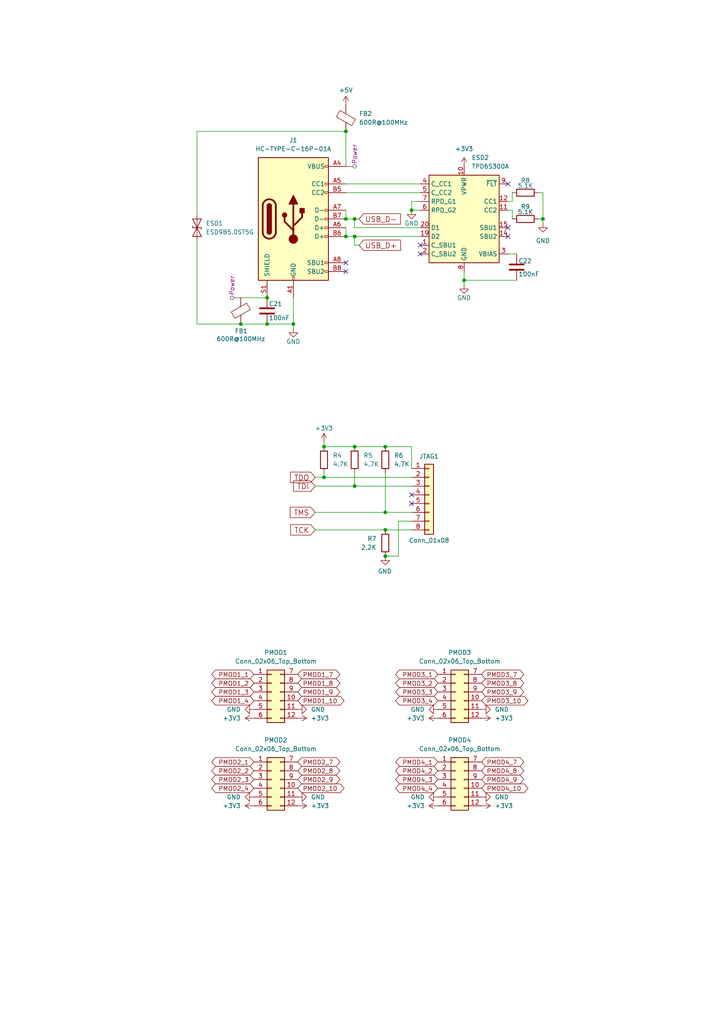
<source format=kicad_sch>
(kicad_sch (version 20231120) (generator "eeschema") (generator_version "8.0")
  (paper "A4" portrait)
  (title_block (title "HispalisFPGA Ports") (date "2024-10-21") (rev "A") (company "Alejandro Domínguez Muñoz"))
  (lib_symbols
    (symbol "Connector:USB_C_Receptacle_USB2.0_16P" (pin_names (offset 1.016))
      (property "Reference" "J" (at 0 22.225 0))
      (property "Value" "USB_C_Receptacle_USB2.0_16P" (at 0 19.685 0))
      (symbol "USB_C_Receptacle_USB2.0_16P_0_0"
        (rectangle (start -0.254 -17.78) (end 0.254 -16.764))
        (rectangle (start 10.16 -14.986) (end 9.144 -15.494))
        (rectangle (start 10.16 -12.446) (end 9.144 -12.954))
        (rectangle (start 10.16 -4.826) (end 9.144 -5.334))
        (rectangle (start 10.16 -2.286) (end 9.144 -2.794))
        (rectangle (start 10.16 0.254) (end 9.144 -0.254))
        (rectangle (start 10.16 2.794) (end 9.144 2.286))
        (rectangle (start 10.16 7.874) (end 9.144 7.366))
        (rectangle (start 10.16 10.414) (end 9.144 9.906))
        (rectangle (start 10.16 15.494) (end 9.144 14.986))
      )
      (symbol "USB_C_Receptacle_USB2.0_16P_0_1"
        (rectangle (start -10.16 17.78) (end 10.16 -17.78) (stroke (width 0.254)) (fill (type background)))
        (arc (start -8.89 -3.81) (mid -6.985 -5.7067) (end -5.08 -3.81) (stroke (width 0.508)))
        (arc (start -7.62 -3.81) (mid -6.985 -4.4423) (end -6.35 -3.81) (stroke (width 0.254)))
        (arc (start -7.62 -3.81) (mid -6.985 -4.4423) (end -6.35 -3.81) (stroke (width 0.254)) (fill (type outline)))
        (rectangle (start -7.62 -3.81) (end -6.35 3.81) (stroke (width 0.254)) (fill (type outline)))
        (arc (start -6.35 3.81) (mid -6.985 4.4423) (end -7.62 3.81) (stroke (width 0.254)))
        (arc (start -6.35 3.81) (mid -6.985 4.4423) (end -7.62 3.81) (stroke (width 0.254)) (fill (type outline)))
        (arc (start -5.08 3.81) (mid -6.985 5.7067) (end -8.89 3.81) (stroke (width 0.508)))
        (circle (center -2.54 1.143) (radius 0.635) (stroke (width 0.254)) (fill (type outline)))
        (circle (center 0 -5.842) (radius 1.27) (fill (type outline)))
        (polyline (pts (xy -8.89 -3.81) (xy -8.89 3.81)) (stroke (width 0.508)))
        (polyline (pts (xy -5.08 3.81) (xy -5.08 -3.81)) (stroke (width 0.508)))
        (polyline (pts (xy 0 -5.842) (xy 0 4.318)) (stroke (width 0.508)))
        (polyline (pts (xy 0 -3.302) (xy -2.54 -0.762) (xy -2.54 0.508)) (stroke (width 0.508)))
        (polyline (pts (xy 0 -2.032) (xy 2.54 0.508) (xy 2.54 1.778)) (stroke (width 0.508)))
        (polyline (pts (xy -1.27 4.318) (xy 0 6.858) (xy 1.27 4.318) (xy -1.27 4.318)) (stroke (width 0.254)) (fill (type outline)))
        (rectangle (start 1.905 1.778) (end 3.175 3.048) (stroke (width 0.254)) (fill (type outline)))
      )
      (symbol "USB_C_Receptacle_USB2.0_16P_1_1"
        (pin passive line (at 0 -22.86 90) (length 5.08) (name "GND") (number "A1"))
        (pin passive line (at 0 -22.86 90) (length 5.08) hide (name "GND") (number "A12"))
        (pin passive line (at 15.24 15.24 180) (length 5.08) (name "VBUS") (number "A4"))
        (pin bidirectional line (at 15.24 10.16 180) (length 5.08) (name "CC1") (number "A5"))
        (pin bidirectional line (at 15.24 -2.54 180) (length 5.08) (name "D+") (number "A6"))
        (pin bidirectional line (at 15.24 2.54 180) (length 5.08) (name "D-") (number "A7"))
        (pin bidirectional line (at 15.24 -12.7 180) (length 5.08) (name "SBU1") (number "A8"))
        (pin passive line (at 15.24 15.24 180) (length 5.08) hide (name "VBUS") (number "A9"))
        (pin passive line (at 0 -22.86 90) (length 5.08) hide (name "GND") (number "B1"))
        (pin passive line (at 0 -22.86 90) (length 5.08) hide (name "GND") (number "B12"))
        (pin passive line (at 15.24 15.24 180) (length 5.08) hide (name "VBUS") (number "B4"))
        (pin bidirectional line (at 15.24 7.62 180) (length 5.08) (name "CC2") (number "B5"))
        (pin bidirectional line (at 15.24 -5.08 180) (length 5.08) (name "D+") (number "B6"))
        (pin bidirectional line (at 15.24 0 180) (length 5.08) (name "D-") (number "B7"))
        (pin bidirectional line (at 15.24 -15.24 180) (length 5.08) (name "SBU2") (number "B8"))
        (pin passive line (at 15.24 15.24 180) (length 5.08) hide (name "VBUS") (number "B9"))
        (pin passive line (at -7.62 -22.86 90) (length 5.08) (name "SHIELD") (number "S1"))
      )
    )
    (symbol "Connector_Generic:Conn_01x08" (pin_names (offset 1.016) hide)
      (property "Reference" "J" (at 0 10.16 0))
      (property "Value" "Conn_01x08" (at 0 -12.7 0))
      (symbol "Conn_01x08_1_1"
        (rectangle (start -1.27 -10.033) (end 0 -10.287) (stroke (width 0.1524)))
        (rectangle (start -1.27 -7.493) (end 0 -7.747) (stroke (width 0.1524)))
        (rectangle (start -1.27 -4.953) (end 0 -5.207) (stroke (width 0.1524)))
        (rectangle (start -1.27 -2.413) (end 0 -2.667) (stroke (width 0.1524)))
        (rectangle (start -1.27 0.127) (end 0 -0.127) (stroke (width 0.1524)))
        (rectangle (start -1.27 2.667) (end 0 2.413) (stroke (width 0.1524)))
        (rectangle (start -1.27 5.207) (end 0 4.953) (stroke (width 0.1524)))
        (rectangle (start -1.27 7.747) (end 0 7.493) (stroke (width 0.1524)))
        (rectangle (start -1.27 8.89) (end 1.27 -11.43) (stroke (width 0.254)) (fill (type background)))
        (pin passive line (at -5.08 7.62 0) (length 3.81) (name "Pin_1") (number "1"))
        (pin passive line (at -5.08 5.08 0) (length 3.81) (name "Pin_2") (number "2"))
        (pin passive line (at -5.08 2.54 0) (length 3.81) (name "Pin_3") (number "3"))
        (pin passive line (at -5.08 0 0) (length 3.81) (name "Pin_4") (number "4"))
        (pin passive line (at -5.08 -2.54 0) (length 3.81) (name "Pin_5") (number "5"))
        (pin passive line (at -5.08 -5.08 0) (length 3.81) (name "Pin_6") (number "6"))
        (pin passive line (at -5.08 -7.62 0) (length 3.81) (name "Pin_7") (number "7"))
        (pin passive line (at -5.08 -10.16 0) (length 3.81) (name "Pin_8") (number "8"))
      )
    )
    (symbol "Connector_Generic:Conn_02x06_Top_Bottom" (pin_names (offset 1.016) hide)
      (property "Reference" "J" (at 1.27 7.62 0))
      (property "Value" "Conn_02x06_Top_Bottom" (at 1.27 -10.16 0))
      (symbol "Conn_02x06_Top_Bottom_1_1"
        (rectangle (start -1.27 -7.493) (end 0 -7.747) (stroke (width 0.1524)))
        (rectangle (start -1.27 -4.953) (end 0 -5.207) (stroke (width 0.1524)))
        (rectangle (start -1.27 -2.413) (end 0 -2.667) (stroke (width 0.1524)))
        (rectangle (start -1.27 0.127) (end 0 -0.127) (stroke (width 0.1524)))
        (rectangle (start -1.27 2.667) (end 0 2.413) (stroke (width 0.1524)))
        (rectangle (start -1.27 5.207) (end 0 4.953) (stroke (width 0.1524)))
        (rectangle (start -1.27 6.35) (end 3.81 -8.89) (stroke (width 0.254)) (fill (type background)))
        (rectangle (start 3.81 -7.493) (end 2.54 -7.747) (stroke (width 0.1524)))
        (rectangle (start 3.81 -4.953) (end 2.54 -5.207) (stroke (width 0.1524)))
        (rectangle (start 3.81 -2.413) (end 2.54 -2.667) (stroke (width 0.1524)))
        (rectangle (start 3.81 0.127) (end 2.54 -0.127) (stroke (width 0.1524)))
        (rectangle (start 3.81 2.667) (end 2.54 2.413) (stroke (width 0.1524)))
        (rectangle (start 3.81 5.207) (end 2.54 4.953) (stroke (width 0.1524)))
        (pin passive line (at -5.08 5.08 0) (length 3.81) (name "Pin_1") (number "1"))
        (pin passive line (at 7.62 -2.54 180) (length 3.81) (name "Pin_10") (number "10"))
        (pin passive line (at 7.62 -5.08 180) (length 3.81) (name "Pin_11") (number "11"))
        (pin passive line (at 7.62 -7.62 180) (length 3.81) (name "Pin_12") (number "12"))
        (pin passive line (at -5.08 2.54 0) (length 3.81) (name "Pin_2") (number "2"))
        (pin passive line (at -5.08 0 0) (length 3.81) (name "Pin_3") (number "3"))
        (pin passive line (at -5.08 -2.54 0) (length 3.81) (name "Pin_4") (number "4"))
        (pin passive line (at -5.08 -5.08 0) (length 3.81) (name "Pin_5") (number "5"))
        (pin passive line (at -5.08 -7.62 0) (length 3.81) (name "Pin_6") (number "6"))
        (pin passive line (at 7.62 5.08 180) (length 3.81) (name "Pin_7") (number "7"))
        (pin passive line (at 7.62 2.54 180) (length 3.81) (name "Pin_8") (number "8"))
        (pin passive line (at 7.62 0 180) (length 3.81) (name "Pin_9") (number "9"))
      )
    )
    (symbol "Device:C" (pin_numbers hide) (pin_names (offset 0.254))
      (property "Reference" "C" (at 0.635 2.54 0))
      (property "Value" "C" (at 0.635 -2.54 0))
      (symbol "C_0_1"
        (polyline (pts (xy -2.032 -0.762) (xy 2.032 -0.762)) (stroke (width 0.508)))
        (polyline (pts (xy -2.032 0.762) (xy 2.032 0.762)) (stroke (width 0.508)))
      )
      (symbol "C_1_1"
        (pin passive line (at 0 3.81 270) (length 2.794) (name "~") (number "1"))
        (pin passive line (at 0 -3.81 90) (length 2.794) (name "~") (number "2"))
      )
    )
    (symbol "Device:FerriteBead" (pin_numbers hide) (pin_names (offset 0))
      (property "Reference" "FB" (at -3.81 0.635 90))
      (property "Value" "FerriteBead" (at 3.81 0 90))
      (symbol "FerriteBead_0_1"
        (polyline (pts (xy 0 -1.27) (xy 0 -1.2192)))
        (polyline (pts (xy 0 1.27) (xy 0 1.2954)))
        (polyline (pts (xy -2.7686 0.4064) (xy -1.7018 2.2606) (xy 2.7686 -0.3048) (xy 1.6764 -2.159) (xy -2.7686 0.4064)))
      )
      (symbol "FerriteBead_1_1"
        (pin passive line (at 0 3.81 270) (length 2.54) (name "~") (number "1"))
        (pin passive line (at 0 -3.81 90) (length 2.54) (name "~") (number "2"))
      )
    )
    (symbol "Device:R" (pin_numbers hide) (pin_names (offset 0))
      (property "Reference" "R" (at 2.032 0 90))
      (property "Value" "R" (at 0 0 90))
      (symbol "R_0_1"
        (rectangle (start -1.016 -2.54) (end 1.016 2.54) (stroke (width 0.254)))
      )
      (symbol "R_1_1"
        (pin passive line (at 0 3.81 270) (length 1.27) (name "~") (number "1"))
        (pin passive line (at 0 -3.81 90) (length 1.27) (name "~") (number "2"))
      )
    )
    (symbol "Diode:ESD9B5.0ST5G" (pin_numbers hide) (pin_names (offset 1.016) hide)
      (property "Reference" "D" (at 0 2.54 0))
      (property "Value" "ESD9B5.0ST5G" (at 0 -2.54 0))
      (symbol "ESD9B5.0ST5G_0_1"
        (polyline (pts (xy 1.27 0) (xy -1.27 0)))
        (polyline (pts (xy -2.54 -1.27) (xy 0 0) (xy -2.54 1.27) (xy -2.54 -1.27)) (stroke (width 0.2032)))
        (polyline (pts (xy 0.508 1.27) (xy 0 1.27) (xy 0 -1.27) (xy -0.508 -1.27)) (stroke (width 0.2032)))
        (polyline (pts (xy 2.54 1.27) (xy 2.54 -1.27) (xy 0 0) (xy 2.54 1.27)) (stroke (width 0.2032)))
      )
      (symbol "ESD9B5.0ST5G_1_1"
        (pin passive line (at -3.81 0 0) (length 2.54) (name "A1") (number "1"))
        (pin passive line (at 3.81 0 180) (length 2.54) (name "A2") (number "2"))
      )
    )
    (symbol "Power_Protection:TPD6S300A"
      (property "Reference" "U" (at -8.89 13.97 0))
      (property "Value" "TPD6S300A" (at 7.62 -15.24 0))
      (symbol "TPD6S300A_0_1"
        (rectangle (start -10.16 12.7) (end 10.16 -12.7) (stroke (width 0.254)) (fill (type background)))
      )
      (symbol "TPD6S300A_1_1"
        (pin bidirectional line (at -12.7 -7.62 0) (length 2.54) (name "C_SBU1") (number "1"))
        (pin power_in line (at 0 15.24 270) (length 2.54) (name "VPWR") (number "10"))
        (pin bidirectional line (at 12.7 2.54 180) (length 2.54) (name "CC2") (number "11"))
        (pin bidirectional line (at 12.7 5.08 180) (length 2.54) (name "CC1") (number "12"))
        (pin passive line (at 0 -15.24 90) (length 2.54) hide (name "GND") (number "13"))
        (pin bidirectional line (at 12.7 -5.08 180) (length 2.54) (name "SBU2") (number "14"))
        (pin bidirectional line (at 12.7 -2.54 180) (length 2.54) (name "SBU1") (number "15"))
        (pin passive line (at 0 -15.24 90) (length 2.54) hide (name "GND") (number "16"))
        (pin passive line (at 0 -15.24 90) (length 2.54) hide (name "GND") (number "17"))
        (pin passive line (at 0 -15.24 90) (length 2.54) hide (name "GND") (number "18"))
        (pin passive line (at -12.7 -5.08 0) (length 2.54) (name "D2") (number "19"))
        (pin bidirectional line (at -12.7 -10.16 0) (length 2.54) (name "C_SBU2") (number "2"))
        (pin passive line (at -12.7 -2.54 0) (length 2.54) (name "D1") (number "20"))
        (pin passive line (at 0 -15.24 90) (length 2.54) hide (name "GND") (number "21"))
        (pin passive line (at 12.7 -10.16 180) (length 2.54) (name "VBIAS") (number "3"))
        (pin bidirectional line (at -12.7 10.16 0) (length 2.54) (name "C_CC1") (number "4"))
        (pin bidirectional line (at -12.7 7.62 0) (length 2.54) (name "C_CC2") (number "5"))
        (pin bidirectional line (at -12.7 2.54 0) (length 2.54) (name "RPD_G2") (number "6"))
        (pin bidirectional line (at -12.7 5.08 0) (length 2.54) (name "RPD_G1") (number "7"))
        (pin power_in line (at 0 -15.24 90) (length 2.54) (name "GND") (number "8"))
        (pin open_collector line (at 12.7 10.16 180) (length 2.54) (name "~{FLT}") (number "9"))
      )
    )
    (symbol "power:+3V3" (power) (pin_numbers hide) (pin_names (offset 0) hide)
      (property "Value" "+3V3" (at 0 3.556 0))
      (symbol "+3V3_0_1"
        (polyline (pts (xy -0.762 1.27) (xy 0 2.54)))
        (polyline (pts (xy 0 0) (xy 0 2.54)))
        (polyline (pts (xy 0 2.54) (xy 0.762 1.27)))
      )
      (symbol "+3V3_1_1"
        (pin power_in line (at 0 0 90) (length 0) (name "~") (number "1"))
      )
    )
    (symbol "power:+5V" (power) (pin_numbers hide) (pin_names (offset 0) hide)
      (property "Value" "+5V" (at 0 3.556 0))
      (symbol "+5V_0_1"
        (polyline (pts (xy -0.762 1.27) (xy 0 2.54)))
        (polyline (pts (xy 0 0) (xy 0 2.54)))
        (polyline (pts (xy 0 2.54) (xy 0.762 1.27)))
      )
      (symbol "+5V_1_1"
        (pin power_in line (at 0 0 90) (length 0) (name "~") (number "1"))
      )
    )
    (symbol "power:GND" (power) (pin_numbers hide) (pin_names (offset 0) hide)
      (property "Value" "GND" (at 0 -3.81 0))
      (symbol "GND_0_1"
        (polyline (pts (xy 0 0) (xy 0 -1.27) (xy 1.27 -1.27) (xy 0 -2.54) (xy -1.27 -1.27) (xy 0 -1.27)))
      )
      (symbol "GND_1_1"
        (pin power_in line (at 0 0 270) (length 0) (name "~") (number "1"))
      )
    )
  )
  (junction (at 102.87 129.54))
  (junction (at 100.33 38.1))
  (junction (at 69.85 93.98))
  (junction (at 102.87 63.5))
  (junction (at 157.48 63.5))
  (junction (at 77.47 93.98))
  (junction (at 111.76 161.29))
  (junction (at 100.33 68.58))
  (junction (at 111.76 129.54))
  (junction (at 119.38 60.96))
  (junction (at 85.09 93.98))
  (junction (at 111.76 153.67))
  (junction (at 111.76 148.59))
  (junction (at 77.47 86.36))
  (junction (at 102.87 68.58))
  (junction (at 93.98 138.43))
  (junction (at 93.98 129.54))
  (junction (at 102.87 140.97))
  (junction (at 134.62 81.28))
  (junction (at 100.33 63.5))
  (no_connect (at 121.92 71.12))
  (no_connect (at 121.92 73.66))
  (no_connect (at 100.33 76.2))
  (no_connect (at 147.32 68.58))
  (no_connect (at 119.38 146.05))
  (no_connect (at 147.32 66.04))
  (no_connect (at 147.32 53.34))
  (no_connect (at 119.38 143.51))
  (no_connect (at 100.33 78.74))
  (wire (pts (xy 157.48 63.5) (xy 157.48 64.77)))
  (wire (pts (xy 157.48 55.88) (xy 157.48 63.5)))
  (wire (pts (xy 102.87 137.16) (xy 102.87 140.97)))
  (wire (pts (xy 115.57 151.13) (xy 115.57 161.29)))
  (wire (pts (xy 156.21 55.88) (xy 157.48 55.88)))
  (wire (pts (xy 91.44 148.59) (xy 111.76 148.59)))
  (wire (pts (xy 148.59 60.96) (xy 148.59 63.5)))
  (wire (pts (xy 57.15 93.98) (xy 69.85 93.98)))
  (wire (pts (xy 69.85 93.98) (xy 77.47 93.98)))
  (wire (pts (xy 111.76 153.67) (xy 119.38 153.67)))
  (wire (pts (xy 119.38 58.42) (xy 119.38 60.96)))
  (wire (pts (xy 85.09 93.98) (xy 85.09 86.36)))
  (wire (pts (xy 147.32 73.66) (xy 149.86 73.66)))
  (wire (pts (xy 102.87 129.54) (xy 111.76 129.54)))
  (wire (pts (xy 100.33 68.58) (xy 102.87 68.58)))
  (wire (pts (xy 148.59 58.42) (xy 147.32 58.42)))
  (wire (pts (xy 93.98 129.54) (xy 102.87 129.54)))
  (wire (pts (xy 111.76 137.16) (xy 111.76 148.59)))
  (wire (pts (xy 119.38 60.96) (xy 121.92 60.96)))
  (wire (pts (xy 102.87 66.04) (xy 121.92 66.04)))
  (wire (pts (xy 91.44 138.43) (xy 93.98 138.43)))
  (wire (pts (xy 134.62 78.74) (xy 134.62 81.28)))
  (wire (pts (xy 57.15 62.23) (xy 57.15 38.1)))
  (wire (pts (xy 134.62 81.28) (xy 134.62 82.55)))
  (wire (pts (xy 85.09 93.98) (xy 85.09 95.25)))
  (wire (pts (xy 134.62 81.28) (xy 149.86 81.28)))
  (wire (pts (xy 119.38 151.13) (xy 115.57 151.13)))
  (wire (pts (xy 100.33 66.04) (xy 100.33 68.58)))
  (wire (pts (xy 148.59 60.96) (xy 147.32 60.96)))
  (wire (pts (xy 102.87 71.12) (xy 104.14 71.12)))
  (wire (pts (xy 148.59 55.88) (xy 148.59 58.42)))
  (wire (pts (xy 100.33 63.5) (xy 102.87 63.5)))
  (wire (pts (xy 100.33 63.5) (xy 100.33 60.96)))
  (wire (pts (xy 100.33 38.1) (xy 100.33 48.26)))
  (wire (pts (xy 115.57 161.29) (xy 111.76 161.29)))
  (wire (pts (xy 93.98 137.16) (xy 93.98 138.43)))
  (wire (pts (xy 69.85 86.36) (xy 77.47 86.36)))
  (wire (pts (xy 57.15 69.85) (xy 57.15 93.98)))
  (wire (pts (xy 91.44 153.67) (xy 111.76 153.67)))
  (wire (pts (xy 121.92 58.42) (xy 119.38 58.42)))
  (wire (pts (xy 102.87 140.97) (xy 119.38 140.97)))
  (wire (pts (xy 77.47 93.98) (xy 85.09 93.98)))
  (wire (pts (xy 93.98 128.27) (xy 93.98 129.54)))
  (wire (pts (xy 100.33 55.88) (xy 121.92 55.88)))
  (wire (pts (xy 100.33 53.34) (xy 121.92 53.34)))
  (wire (pts (xy 91.44 140.97) (xy 102.87 140.97)))
  (wire (pts (xy 111.76 148.59) (xy 119.38 148.59)))
  (wire (pts (xy 102.87 68.58) (xy 121.92 68.58)))
  (wire (pts (xy 93.98 138.43) (xy 119.38 138.43)))
  (wire (pts (xy 156.21 63.5) (xy 157.48 63.5)))
  (wire (pts (xy 102.87 63.5) (xy 104.14 63.5)))
  (wire (pts (xy 57.15 38.1) (xy 100.33 38.1)))
  (wire (pts (xy 119.38 135.89) (xy 119.38 129.54)))
  (wire (pts (xy 119.38 129.54) (xy 111.76 129.54)))
  (wire (pts (xy 102.87 68.58) (xy 102.87 71.12)))
  (wire (pts (xy 102.87 66.04) (xy 102.87 63.5)))
  (global_label "PMOD1_7" (shape bidirectional) (at 86.36 195.58 0) (property "Intersheetrefs" "${INTERSHEET_REFS}" (effects (hide yes))))
  (global_label "PMOD3_3" (shape bidirectional) (at 127 200.66 180) (property "Intersheetrefs" "${INTERSHEET_REFS}" (effects (hide yes))))
  (global_label "PMOD4_9" (shape bidirectional) (at 139.7 226.06 0) (property "Intersheetrefs" "${INTERSHEET_REFS}" (effects (hide yes))))
  (global_label "PMOD3_8" (shape bidirectional) (at 139.7 198.12 0) (property "Intersheetrefs" "${INTERSHEET_REFS}" (effects (hide yes))))
  (global_label "PMOD3_4" (shape bidirectional) (at 127 203.2 180) (property "Intersheetrefs" "${INTERSHEET_REFS}" (effects (hide yes))))
  (global_label "PMOD1_8" (shape bidirectional) (at 86.36 198.12 0) (property "Intersheetrefs" "${INTERSHEET_REFS}" (effects (hide yes))))
  (global_label "PMOD2_8" (shape bidirectional) (at 86.36 223.52 0) (property "Intersheetrefs" "${INTERSHEET_REFS}" (effects (hide yes))))
  (global_label "TMS" (shape input) (at 91.44 148.59 180) (effects (font (size 1.524 1.524))) (property "Intersheetrefs" "${INTERSHEET_REFS}" (effects (hide yes))))
  (global_label "PMOD4_1" (shape bidirectional) (at 127 220.98 180) (property "Intersheetrefs" "${INTERSHEET_REFS}" (effects (hide yes))))
  (global_label "PMOD3_7" (shape bidirectional) (at 139.7 195.58 0) (property "Intersheetrefs" "${INTERSHEET_REFS}" (effects (hide yes))))
  (global_label "PMOD4_2" (shape bidirectional) (at 127 223.52 180) (property "Intersheetrefs" "${INTERSHEET_REFS}" (effects (hide yes))))
  (global_label "PMOD2_3" (shape bidirectional) (at 73.66 226.06 180) (property "Intersheetrefs" "${INTERSHEET_REFS}" (effects (hide yes))))
  (global_label "PMOD3_2" (shape bidirectional) (at 127 198.12 180) (property "Intersheetrefs" "${INTERSHEET_REFS}" (effects (hide yes))))
  (global_label "PMOD4_10" (shape bidirectional) (at 139.7 228.6 0) (property "Intersheetrefs" "${INTERSHEET_REFS}" (effects (hide yes))))
  (global_label "PMOD1_2" (shape bidirectional) (at 73.66 198.12 180) (property "Intersheetrefs" "${INTERSHEET_REFS}" (effects (hide yes))))
  (global_label "PMOD1_10" (shape bidirectional) (at 86.36 203.2 0) (property "Intersheetrefs" "${INTERSHEET_REFS}" (effects (hide yes))))
  (global_label "PMOD2_4" (shape bidirectional) (at 73.66 228.6 180) (property "Intersheetrefs" "${INTERSHEET_REFS}" (effects (hide yes))))
  (global_label "PMOD4_3" (shape bidirectional) (at 127 226.06 180) (property "Intersheetrefs" "${INTERSHEET_REFS}" (effects (hide yes))))
  (global_label "PMOD1_3" (shape bidirectional) (at 73.66 200.66 180) (property "Intersheetrefs" "${INTERSHEET_REFS}" (effects (hide yes))))
  (global_label "PMOD2_10" (shape bidirectional) (at 86.36 228.6 0) (property "Intersheetrefs" "${INTERSHEET_REFS}" (effects (hide yes))))
  (global_label "PMOD3_1" (shape bidirectional) (at 127 195.58 180) (property "Intersheetrefs" "${INTERSHEET_REFS}" (effects (hide yes))))
  (global_label "PMOD1_4" (shape bidirectional) (at 73.66 203.2 180) (property "Intersheetrefs" "${INTERSHEET_REFS}" (effects (hide yes))))
  (global_label "PMOD2_1" (shape bidirectional) (at 73.66 220.98 180) (property "Intersheetrefs" "${INTERSHEET_REFS}" (effects (hide yes))))
  (global_label "USB_D+" (shape input) (at 104.14 71.12 0) (effects (font (size 1.524 1.524))) (property "Intersheetrefs" "${INTERSHEET_REFS}" (effects (hide yes))))
  (global_label "PMOD1_9" (shape bidirectional) (at 86.36 200.66 0) (property "Intersheetrefs" "${INTERSHEET_REFS}" (effects (hide yes))))
  (global_label "PMOD4_4" (shape bidirectional) (at 127 228.6 180) (property "Intersheetrefs" "${INTERSHEET_REFS}" (effects (hide yes))))
  (global_label "PMOD2_7" (shape bidirectional) (at 86.36 220.98 0) (property "Intersheetrefs" "${INTERSHEET_REFS}" (effects (hide yes))))
  (global_label "TDI" (shape input) (at 91.44 140.97 180) (effects (font (size 1.524 1.524))) (property "Intersheetrefs" "${INTERSHEET_REFS}" (effects (hide yes))))
  (global_label "PMOD4_8" (shape bidirectional) (at 139.7 223.52 0) (property "Intersheetrefs" "${INTERSHEET_REFS}" (effects (hide yes))))
  (global_label "PMOD1_1" (shape bidirectional) (at 73.66 195.58 180) (property "Intersheetrefs" "${INTERSHEET_REFS}" (effects (hide yes))))
  (global_label "PMOD2_9" (shape bidirectional) (at 86.36 226.06 0) (property "Intersheetrefs" "${INTERSHEET_REFS}" (effects (hide yes))))
  (global_label "USB_D-" (shape input) (at 104.14 63.5 0) (effects (font (size 1.524 1.524))) (property "Intersheetrefs" "${INTERSHEET_REFS}" (effects (hide yes))))
  (global_label "PMOD2_2" (shape bidirectional) (at 73.66 223.52 180) (property "Intersheetrefs" "${INTERSHEET_REFS}" (effects (hide yes))))
  (global_label "TCK" (shape input) (at 91.44 153.67 180) (effects (font (size 1.524 1.524))) (property "Intersheetrefs" "${INTERSHEET_REFS}" (effects (hide yes))))
  (global_label "PMOD3_9" (shape bidirectional) (at 139.7 200.66 0) (property "Intersheetrefs" "${INTERSHEET_REFS}" (effects (hide yes))))
  (global_label "PMOD4_7" (shape bidirectional) (at 139.7 220.98 0) (property "Intersheetrefs" "${INTERSHEET_REFS}" (effects (hide yes))))
  (global_label "PMOD3_10" (shape bidirectional) (at 139.7 203.2 0) (property "Intersheetrefs" "${INTERSHEET_REFS}" (effects (hide yes))))
  (global_label "TDO" (shape input) (at 91.44 138.43 180) (effects (font (size 1.524 1.524))) (property "Intersheetrefs" "${INTERSHEET_REFS}" (effects (hide yes))))
  (netclass_flag "" (length 2.54) (shape round) (at 100.33 48.26 270) (property "Netclass" "Power" (at 102.87 47.6504 90) (effects (font (italic yes)) (justify left))))
  (netclass_flag "" (length 2.54) (shape round) (at 69.85 86.36 90) (property "Netclass" "Power" (at 67.31 85.7504 90) (effects (font (italic yes)) (justify left))))
  (symbol (lib_id "power:GND") (at 127 231.14 270) (unit 1)
    (property "Reference" "#PWR030" (effects (hide yes)))
    (property "Value" "GND" (at 123.19 231.1399 90) (effects (justify right)))
    (property "Description" "Power symbol creates a global label with name \"GND\" , ground" (effects (hide yes)))
  )
  (symbol (lib_id "Device:FerriteBead") (at 69.85 90.17 0) (mirror y) (unit 1)
    (property "Reference" "FB1" (at 71.882 96.012 0) (effects (justify left)))
    (property "Value" "600R@100MHz" (at 76.962 98.298 0) (effects (justify left)))
    (property "Footprint" "Inductor_SMD:L_0603_1608Metric" (effects (hide yes)))
    (property "Description" "Ferrite bead" (effects (hide yes)))
    (property "JLC" "0603" (effects (hide yes)))
    (property "LCSC" "C1002" (effects (hide yes)))
  )
  (symbol (lib_id "power:GND") (at 127 205.74 270) (unit 1)
    (property "Reference" "#PWR028" (effects (hide yes)))
    (property "Value" "GND" (at 123.19 205.7399 90) (effects (justify right)))
    (property "Description" "Power symbol creates a global label with name \"GND\" , ground" (effects (hide yes)))
  )
  (symbol (lib_id "Device:R") (at 111.76 133.35 0) (unit 1)
    (property "Reference" "R6" (at 114.3 132.0799 0) (effects (justify left)))
    (property "Value" "4.7K" (at 114.3 134.6199 0) (effects (justify left)))
    (property "Footprint" "Resistor_SMD:R_0402_1005Metric" (effects (hide yes)))
    (property "Description" "Resistor" (effects (hide yes)))
    (property "JLC" "0402" (effects (hide yes)))
    (property "LCSC" "C25900" (effects (hide yes)))
  )
  (symbol (lib_id "power:+3V3") (at 86.36 233.68 270) (unit 1)
    (property "Reference" "#PWR023" (effects (hide yes)))
    (property "Value" "+3V3" (at 90.17 233.6799 90) (effects (justify left)))
    (property "Description" "Power symbol creates a global label with name \"+3V3\"" (effects (hide yes)))
  )
  (symbol (lib_id "power:+3V3") (at 93.98 128.27 0) (unit 1)
    (property "Reference" "#PWR024" (effects (hide yes)))
    (property "Value" "+3V3" (at 93.98 124.206 0))
  )
  (symbol (lib_id "power:+3V3") (at 73.66 233.68 90) (unit 1)
    (property "Reference" "#PWR018" (effects (hide yes)))
    (property "Value" "+3V3" (at 69.85 233.6799 90) (effects (justify left)))
    (property "Description" "Power symbol creates a global label with name \"+3V3\"" (effects (hide yes)))
  )
  (symbol (lib_id "power:GND") (at 73.66 205.74 270) (unit 1)
    (property "Reference" "#PWR015" (effects (hide yes)))
    (property "Value" "GND" (at 69.85 205.7399 90) (effects (justify right)))
    (property "Description" "Power symbol creates a global label with name \"GND\" , ground" (effects (hide yes)))
  )
  (symbol (lib_id "Connector_Generic:Conn_02x06_Top_Bottom") (at 78.74 226.06 0) (unit 1)
    (property "Reference" "PMOD2" (at 80.01 214.63 0))
    (property "Value" "Conn_02x06_Top_Bottom" (at 80.01 217.17 0))
    (property "Footprint" "HispalisFPGA:PMOD_Socket_Horizontal" (effects (hide yes)))
    (property "Description" "Generic connector, double row, 02x06, top/bottom pin numbering scheme (row 1: 1...pins_per_row, row2: pins_per_row+1 ... num_pins), script generated (kicad-library-utils/schlib/autogen/connector/)" (effects (hide yes)))
    (property "JLC" "Push-Pull,P=2.5mm " (effects (hide yes)))
    (property "LCSC" "C5333437" (effects (hide yes)))
  )
  (symbol (lib_id "power:GND") (at 86.36 231.14 90) (unit 1)
    (property "Reference" "#PWR022" (effects (hide yes)))
    (property "Value" "GND" (at 90.17 231.1399 90) (effects (justify right)))
    (property "Description" "Power symbol creates a global label with name \"GND\" , ground" (effects (hide yes)))
  )
  (symbol (lib_id "power:GND") (at 73.66 231.14 270) (unit 1)
    (property "Reference" "#PWR017" (effects (hide yes)))
    (property "Value" "GND" (at 69.85 231.1399 90) (effects (justify right)))
    (property "Description" "Power symbol creates a global label with name \"GND\" , ground" (effects (hide yes)))
  )
  (symbol (lib_id "power:GND") (at 139.7 231.14 90) (unit 1)
    (property "Reference" "#PWR036" (effects (hide yes)))
    (property "Value" "GND" (at 143.51 231.1399 90) (effects (justify right)))
    (property "Description" "Power symbol creates a global label with name \"GND\" , ground" (effects (hide yes)))
  )
  (symbol (lib_id "power:GND") (at 134.62 82.55 0) (unit 1)
    (property "Reference" "#PWR033" (effects (hide yes)))
    (property "Value" "GND" (at 134.62 86.36 0))
    (property "Description" "Power symbol creates a global label with name \"GND\" , ground" (effects (hide yes)))
  )
  (symbol (lib_id "power:GND") (at 119.38 60.96 0) (unit 1)
    (property "Reference" "#PWR027" (effects (hide yes)))
    (property "Value" "GND" (at 119.38 64.77 0))
    (property "Description" "Power symbol creates a global label with name \"GND\" , ground" (effects (hide yes)))
  )
  (symbol (lib_id "Power_Protection:TPD6S300A") (at 134.62 63.5 0) (unit 1)
    (property "Reference" "ESD2" (at 136.8141 45.72 0) (effects (justify left)))
    (property "Value" "TPD6S300A" (at 136.8141 48.26 0) (effects (justify left)))
    (property "Footprint" "Package_DFN_QFN:WQFN-20-1EP_3x3mm_P0.4mm_EP1.7x1.7mm_ThermalVias" (effects (hide yes)))
    (property "Datasheet" "https://www.ti.com/lit/ds/symlink/tpd6s300a.pdf" (effects (hide yes)))
    (property "Description" "USB Type-C Port Protector: Short-to-VBUS Overvoltage and IEC ESD Protection, WQFN-20" (effects (hide yes)))
    (property "JLC" "WQFN-20-EP(3x3) " (effects (hide yes)))
    (property "LCSC" "C2876380" (effects (hide yes)))
  )
  (symbol (lib_id "Device:R") (at 111.76 157.48 0) (mirror y) (unit 1)
    (property "Reference" "R7" (at 109.22 156.2099 0) (effects (justify left)))
    (property "Value" "2.2K" (at 109.22 158.7499 0) (effects (justify left)))
    (property "Footprint" "Resistor_SMD:R_0402_1005Metric" (effects (hide yes)))
    (property "Description" "Resistor" (effects (hide yes)))
    (property "JLC" "0402" (effects (hide yes)))
    (property "LCSC" "C25879 " (effects (hide yes)))
  )
  (symbol (lib_id "power:+3V3") (at 134.62 48.26 0) (unit 1)
    (property "Reference" "#PWR032" (effects (hide yes)))
    (property "Value" "+3V3" (at 134.62 43.18 0))
    (property "Description" "Power symbol creates a global label with name \"+3V3\"" (effects (hide yes)))
  )
  (symbol (lib_id "Connector_Generic:Conn_02x06_Top_Bottom") (at 78.74 200.66 0) (unit 1)
    (property "Reference" "PMOD1" (at 80.01 189.23 0))
    (property "Value" "Conn_02x06_Top_Bottom" (at 80.01 191.77 0))
    (property "Footprint" "HispalisFPGA:PMOD_Socket_Horizontal" (effects (hide yes)))
    (property "Description" "Generic connector, double row, 02x06, top/bottom pin numbering scheme (row 1: 1...pins_per_row, row2: pins_per_row+1 ... num_pins), script generated (kicad-library-utils/schlib/autogen/connector/)" (effects (hide yes)))
    (property "JLC" "Push-Pull,P=2.5mm " (effects (hide yes)))
    (property "LCSC" "C5333437" (effects (hide yes)))
  )
  (symbol (lib_id "Device:C") (at 77.47 90.17 0) (unit 1)
    (property "Reference" "C21" (at 77.978 88.138 0) (effects (justify left)))
    (property "Value" "100nF" (at 77.978 92.202 0) (effects (justify left)))
    (property "Footprint" "Capacitor_SMD:C_0402_1005Metric" (effects (hide yes)))
    (property "Description" "Unpolarized capacitor" (effects (hide yes)))
    (property "JLC" "0402" (effects (hide yes)))
    (property "LCSC" "C1525" (effects (hide yes)))
  )
  (symbol (lib_id "power:+3V3") (at 139.7 233.68 270) (unit 1)
    (property "Reference" "#PWR037" (effects (hide yes)))
    (property "Value" "+3V3" (at 143.51 233.6799 90) (effects (justify left)))
    (property "Description" "Power symbol creates a global label with name \"+3V3\"" (effects (hide yes)))
  )
  (symbol (lib_id "Device:FerriteBead") (at 100.33 34.29 0) (unit 1)
    (property "Reference" "FB2" (at 104.14 32.9691 0) (effects (justify left)))
    (property "Value" "600R@100MHz" (at 104.14 35.5091 0) (effects (justify left)))
    (property "Footprint" "Inductor_SMD:L_0603_1608Metric" (effects (hide yes)))
    (property "Description" "Ferrite bead" (effects (hide yes)))
    (property "JLC" "0603" (effects (hide yes)))
    (property "LCSC" "C1002" (effects (hide yes)))
  )
  (symbol (lib_id "Device:R") (at 152.4 55.88 90) (unit 1)
    (property "Reference" "R8" (at 152.4 52.324 90))
    (property "Value" "5.1K" (at 152.4 53.848 90))
    (property "Footprint" "Resistor_SMD:R_0402_1005Metric" (effects (hide yes)))
    (property "JLC" "0402" (effects (hide yes)))
    (property "LCSC" "C25905" (effects (hide yes)))
  )
  (symbol (lib_id "power:GND") (at 85.09 95.25 0) (unit 1)
    (property "Reference" "#PWR019" (effects (hide yes)))
    (property "Value" "GND" (at 85.09 99.06 0))
  )
  (symbol (lib_id "power:+3V3") (at 127 233.68 90) (unit 1)
    (property "Reference" "#PWR031" (effects (hide yes)))
    (property "Value" "+3V3" (at 123.19 233.6799 90) (effects (justify left)))
    (property "Description" "Power symbol creates a global label with name \"+3V3\"" (effects (hide yes)))
  )
  (symbol (lib_id "Connector_Generic:Conn_02x06_Top_Bottom") (at 132.08 226.06 0) (unit 1)
    (property "Reference" "PMOD4" (at 133.35 214.63 0))
    (property "Value" "Conn_02x06_Top_Bottom" (at 133.35 217.17 0))
    (property "Footprint" "HispalisFPGA:PMOD_Socket_Horizontal" (effects (hide yes)))
    (property "Description" "Generic connector, double row, 02x06, top/bottom pin numbering scheme (row 1: 1...pins_per_row, row2: pins_per_row+1 ... num_pins), script generated (kicad-library-utils/schlib/autogen/connector/)" (effects (hide yes)))
    (property "JLC" "Push-Pull,P=2.5mm " (effects (hide yes)))
    (property "LCSC" "C5333437" (effects (hide yes)))
  )
  (symbol (lib_id "Device:C") (at 149.86 77.47 0) (unit 1)
    (property "Reference" "C22" (at 150.368 75.692 0) (effects (justify left)))
    (property "Value" "100nF" (at 150.368 79.502 0) (effects (justify left)))
    (property "Footprint" "Capacitor_SMD:C_0402_1005Metric" (effects (hide yes)))
    (property "Description" "Unpolarized capacitor" (effects (hide yes)))
    (property "JLC" "0402" (effects (hide yes)))
    (property "LCSC" "C1525" (effects (hide yes)))
  )
  (symbol (lib_id "power:GND") (at 157.48 64.77 0) (unit 1)
    (property "Reference" "#PWR038" (effects (hide yes)))
    (property "Value" "GND" (at 157.48 69.85 0))
    (property "Description" "Power symbol creates a global label with name \"GND\" , ground" (effects (hide yes)))
  )
  (symbol (lib_id "Device:R") (at 102.87 133.35 0) (unit 1)
    (property "Reference" "R5" (at 105.41 132.0799 0) (effects (justify left)))
    (property "Value" "4.7K" (at 105.41 134.6199 0) (effects (justify left)))
    (property "Footprint" "Resistor_SMD:R_0402_1005Metric" (effects (hide yes)))
    (property "Description" "Resistor" (effects (hide yes)))
    (property "JLC" "0402" (effects (hide yes)))
    (property "LCSC" "C25900" (effects (hide yes)))
  )
  (symbol (lib_id "Device:R") (at 152.4 63.5 90) (unit 1)
    (property "Reference" "R9" (at 152.4 59.944 90))
    (property "Value" "5.1K" (at 152.4 61.468 90))
    (property "Footprint" "Resistor_SMD:R_0402_1005Metric" (effects (hide yes)))
    (property "JLC" "0402" (effects (hide yes)))
    (property "LCSC" "C25905" (effects (hide yes)))
  )
  (symbol (lib_id "Connector:USB_C_Receptacle_USB2.0_16P") (at 85.09 63.5 0) (unit 1)
    (property "Reference" "J1" (at 85.09 40.64 0))
    (property "Value" "HC-TYPE-C-16P-01A" (at 85.09 43.18 0))
    (property "Footprint" "Connector_USB:USB_C_Receptacle_HCTL_HC-TYPE-C-16P-01A" (effects (hide yes)))
    (property "Datasheet" "https://wmsc.lcsc.com/wmsc/upload/file/pdf/v2/lcsc/1811131824_MOLEX-1054500101_C134092.pdf" (effects (hide yes)))
    (property "Description" "USB 2.0-only 16P Type-C Receptacle connector" (effects (hide yes)))
    (property "JLC" "SMD" (effects (hide yes)))
    (property "LCSC" "C2894897" (effects (hide yes)))
  )
  (symbol (lib_id "Connector_Generic:Conn_01x08") (at 124.46 143.51 0) (unit 1)
    (property "Reference" "JTAG1" (at 124.46 132.334 0))
    (property "Value" "Conn_01x08" (at 124.46 156.718 0))
    (property "Footprint" "Connector_PinHeader_2.54mm:PinHeader_1x08_P2.54mm_Vertical" (effects (hide yes)))
    (property "Description" "Generic connector, single row, 01x08, script generated (kicad-library-utils/schlib/autogen/connector/)" (effects (hide yes)))
    (property "JLC" "Plugin,P=2.54mm " (effects (hide yes)))
    (property "LCSC" "C6332201" (effects (hide yes)))
  )
  (symbol (lib_id "power:+3V3") (at 86.36 208.28 270) (unit 1)
    (property "Reference" "#PWR021" (effects (hide yes)))
    (property "Value" "+3V3" (at 90.17 208.2799 90) (effects (justify left)))
    (property "Description" "Power symbol creates a global label with name \"+3V3\"" (effects (hide yes)))
  )
  (symbol (lib_id "power:GND") (at 86.36 205.74 90) (unit 1)
    (property "Reference" "#PWR020" (effects (hide yes)))
    (property "Value" "GND" (at 90.17 205.7399 90) (effects (justify right)))
    (property "Description" "Power symbol creates a global label with name \"GND\" , ground" (effects (hide yes)))
  )
  (symbol (lib_id "power:+3V3") (at 139.7 208.28 270) (unit 1)
    (property "Reference" "#PWR035" (effects (hide yes)))
    (property "Value" "+3V3" (at 143.51 208.2799 90) (effects (justify left)))
    (property "Description" "Power symbol creates a global label with name \"+3V3\"" (effects (hide yes)))
  )
  (symbol (lib_id "power:GND") (at 111.76 161.29 0) (mirror y) (unit 1)
    (property "Reference" "#PWR026" (effects (hide yes)))
    (property "Value" "GND" (at 111.633 165.6842 0))
  )
  (symbol (lib_id "Connector_Generic:Conn_02x06_Top_Bottom") (at 132.08 200.66 0) (unit 1)
    (property "Reference" "PMOD3" (at 133.35 189.23 0))
    (property "Value" "Conn_02x06_Top_Bottom" (at 133.35 191.77 0))
    (property "Footprint" "HispalisFPGA:PMOD_Socket_Horizontal" (effects (hide yes)))
    (property "Description" "Generic connector, double row, 02x06, top/bottom pin numbering scheme (row 1: 1...pins_per_row, row2: pins_per_row+1 ... num_pins), script generated (kicad-library-utils/schlib/autogen/connector/)" (effects (hide yes)))
    (property "JLC" "Push-Pull,P=2.5mm " (effects (hide yes)))
    (property "LCSC" "C5333437" (effects (hide yes)))
  )
  (symbol (lib_id "Diode:ESD9B5.0ST5G") (at 57.15 66.04 90) (unit 1)
    (property "Reference" "ESD1" (at 59.69 64.7699 90) (effects (justify right)))
    (property "Value" "ESD9B5.0ST5G" (at 59.69 67.3099 90) (effects (justify right)))
    (property "Footprint" "Diode_SMD:D_SOD-923" (effects (hide yes)))
    (property "Datasheet" "https://www.onsemi.com/pub/Collateral/ESD9B-D.PDF" (effects (hide yes)))
    (property "Description" "ESD protection diode, 5.0Vrwm, SOD-923" (effects (hide yes)))
    (property "JLC" "SOD-923 " (effects (hide yes)))
    (property "LCSC" "C111566" (effects (hide yes)))
  )
  (symbol (lib_id "power:+3V3") (at 127 208.28 90) (unit 1)
    (property "Reference" "#PWR029" (effects (hide yes)))
    (property "Value" "+3V3" (at 123.19 208.2799 90) (effects (justify left)))
    (property "Description" "Power symbol creates a global label with name \"+3V3\"" (effects (hide yes)))
  )
  (symbol (lib_id "power:+5V") (at 100.33 30.48 0) (unit 1)
    (property "Reference" "#PWR025" (effects (hide yes)))
    (property "Value" "+5V" (at 100.33 26.162 0))
  )
  (symbol (lib_id "power:+3V3") (at 73.66 208.28 90) (unit 1)
    (property "Reference" "#PWR016" (effects (hide yes)))
    (property "Value" "+3V3" (at 69.85 208.2799 90) (effects (justify left)))
    (property "Description" "Power symbol creates a global label with name \"+3V3\"" (effects (hide yes)))
  )
  (symbol (lib_id "Device:R") (at 93.98 133.35 0) (unit 1)
    (property "Reference" "R4" (at 96.52 132.0799 0) (effects (justify left)))
    (property "Value" "4.7K" (at 96.52 134.6199 0) (effects (justify left)))
    (property "Footprint" "Resistor_SMD:R_0402_1005Metric" (effects (hide yes)))
    (property "Description" "Resistor" (effects (hide yes)))
    (property "JLC" "0402" (effects (hide yes)))
    (property "LCSC" "C25900" (effects (hide yes)))
  )
  (symbol (lib_id "power:GND") (at 139.7 205.74 90) (unit 1)
    (property "Reference" "#PWR034" (effects (hide yes)))
    (property "Value" "GND" (at 143.51 205.7399 90) (effects (justify right)))
    (property "Description" "Power symbol creates a global label with name \"GND\" , ground" (effects (hide yes)))
  )
)
</source>
